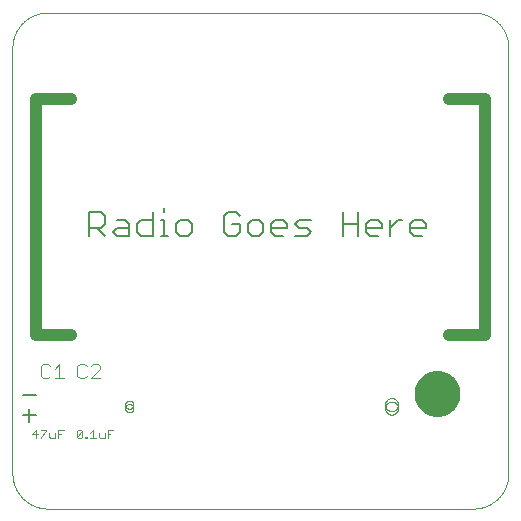
<source format=gto>
G75*
%MOIN*%
%OFA0B0*%
%FSLAX25Y25*%
%IPPOS*%
%LPD*%
%AMOC8*
5,1,8,0,0,1.08239X$1,22.5*
%
%ADD10C,0.00000*%
%ADD11C,0.00700*%
%ADD12C,0.00600*%
%ADD13C,0.00300*%
%ADD14C,0.03937*%
%ADD15C,0.00400*%
D10*
X0013311Y0018636D02*
X0155043Y0018636D01*
X0155328Y0018639D01*
X0155614Y0018650D01*
X0155899Y0018667D01*
X0156183Y0018691D01*
X0156467Y0018722D01*
X0156750Y0018760D01*
X0157031Y0018805D01*
X0157312Y0018856D01*
X0157592Y0018914D01*
X0157870Y0018979D01*
X0158146Y0019051D01*
X0158420Y0019129D01*
X0158693Y0019214D01*
X0158963Y0019306D01*
X0159231Y0019404D01*
X0159497Y0019508D01*
X0159760Y0019619D01*
X0160020Y0019736D01*
X0160278Y0019859D01*
X0160532Y0019989D01*
X0160783Y0020125D01*
X0161031Y0020266D01*
X0161275Y0020414D01*
X0161516Y0020567D01*
X0161752Y0020727D01*
X0161985Y0020892D01*
X0162214Y0021062D01*
X0162439Y0021238D01*
X0162659Y0021420D01*
X0162875Y0021606D01*
X0163086Y0021798D01*
X0163293Y0021995D01*
X0163495Y0022197D01*
X0163692Y0022404D01*
X0163884Y0022615D01*
X0164070Y0022831D01*
X0164252Y0023051D01*
X0164428Y0023276D01*
X0164598Y0023505D01*
X0164763Y0023738D01*
X0164923Y0023974D01*
X0165076Y0024215D01*
X0165224Y0024459D01*
X0165365Y0024707D01*
X0165501Y0024958D01*
X0165631Y0025212D01*
X0165754Y0025470D01*
X0165871Y0025730D01*
X0165982Y0025993D01*
X0166086Y0026259D01*
X0166184Y0026527D01*
X0166276Y0026797D01*
X0166361Y0027070D01*
X0166439Y0027344D01*
X0166511Y0027620D01*
X0166576Y0027898D01*
X0166634Y0028178D01*
X0166685Y0028459D01*
X0166730Y0028740D01*
X0166768Y0029023D01*
X0166799Y0029307D01*
X0166823Y0029591D01*
X0166840Y0029876D01*
X0166851Y0030162D01*
X0166854Y0030447D01*
X0166854Y0172179D01*
X0166851Y0172464D01*
X0166840Y0172750D01*
X0166823Y0173035D01*
X0166799Y0173319D01*
X0166768Y0173603D01*
X0166730Y0173886D01*
X0166685Y0174167D01*
X0166634Y0174448D01*
X0166576Y0174728D01*
X0166511Y0175006D01*
X0166439Y0175282D01*
X0166361Y0175556D01*
X0166276Y0175829D01*
X0166184Y0176099D01*
X0166086Y0176367D01*
X0165982Y0176633D01*
X0165871Y0176896D01*
X0165754Y0177156D01*
X0165631Y0177414D01*
X0165501Y0177668D01*
X0165365Y0177919D01*
X0165224Y0178167D01*
X0165076Y0178411D01*
X0164923Y0178652D01*
X0164763Y0178888D01*
X0164598Y0179121D01*
X0164428Y0179350D01*
X0164252Y0179575D01*
X0164070Y0179795D01*
X0163884Y0180011D01*
X0163692Y0180222D01*
X0163495Y0180429D01*
X0163293Y0180631D01*
X0163086Y0180828D01*
X0162875Y0181020D01*
X0162659Y0181206D01*
X0162439Y0181388D01*
X0162214Y0181564D01*
X0161985Y0181734D01*
X0161752Y0181899D01*
X0161516Y0182059D01*
X0161275Y0182212D01*
X0161031Y0182360D01*
X0160783Y0182501D01*
X0160532Y0182637D01*
X0160278Y0182767D01*
X0160020Y0182890D01*
X0159760Y0183007D01*
X0159497Y0183118D01*
X0159231Y0183222D01*
X0158963Y0183320D01*
X0158693Y0183412D01*
X0158420Y0183497D01*
X0158146Y0183575D01*
X0157870Y0183647D01*
X0157592Y0183712D01*
X0157312Y0183770D01*
X0157031Y0183821D01*
X0156750Y0183866D01*
X0156467Y0183904D01*
X0156183Y0183935D01*
X0155899Y0183959D01*
X0155614Y0183976D01*
X0155328Y0183987D01*
X0155043Y0183990D01*
X0013311Y0183990D01*
X0013026Y0183987D01*
X0012740Y0183976D01*
X0012455Y0183959D01*
X0012171Y0183935D01*
X0011887Y0183904D01*
X0011604Y0183866D01*
X0011323Y0183821D01*
X0011042Y0183770D01*
X0010762Y0183712D01*
X0010484Y0183647D01*
X0010208Y0183575D01*
X0009934Y0183497D01*
X0009661Y0183412D01*
X0009391Y0183320D01*
X0009123Y0183222D01*
X0008857Y0183118D01*
X0008594Y0183007D01*
X0008334Y0182890D01*
X0008076Y0182767D01*
X0007822Y0182637D01*
X0007571Y0182501D01*
X0007323Y0182360D01*
X0007079Y0182212D01*
X0006838Y0182059D01*
X0006602Y0181899D01*
X0006369Y0181734D01*
X0006140Y0181564D01*
X0005915Y0181388D01*
X0005695Y0181206D01*
X0005479Y0181020D01*
X0005268Y0180828D01*
X0005061Y0180631D01*
X0004859Y0180429D01*
X0004662Y0180222D01*
X0004470Y0180011D01*
X0004284Y0179795D01*
X0004102Y0179575D01*
X0003926Y0179350D01*
X0003756Y0179121D01*
X0003591Y0178888D01*
X0003431Y0178652D01*
X0003278Y0178411D01*
X0003130Y0178167D01*
X0002989Y0177919D01*
X0002853Y0177668D01*
X0002723Y0177414D01*
X0002600Y0177156D01*
X0002483Y0176896D01*
X0002372Y0176633D01*
X0002268Y0176367D01*
X0002170Y0176099D01*
X0002078Y0175829D01*
X0001993Y0175556D01*
X0001915Y0175282D01*
X0001843Y0175006D01*
X0001778Y0174728D01*
X0001720Y0174448D01*
X0001669Y0174167D01*
X0001624Y0173886D01*
X0001586Y0173603D01*
X0001555Y0173319D01*
X0001531Y0173035D01*
X0001514Y0172750D01*
X0001503Y0172464D01*
X0001500Y0172179D01*
X0001500Y0030447D01*
X0001503Y0030162D01*
X0001514Y0029876D01*
X0001531Y0029591D01*
X0001555Y0029307D01*
X0001586Y0029023D01*
X0001624Y0028740D01*
X0001669Y0028459D01*
X0001720Y0028178D01*
X0001778Y0027898D01*
X0001843Y0027620D01*
X0001915Y0027344D01*
X0001993Y0027070D01*
X0002078Y0026797D01*
X0002170Y0026527D01*
X0002268Y0026259D01*
X0002372Y0025993D01*
X0002483Y0025730D01*
X0002600Y0025470D01*
X0002723Y0025212D01*
X0002853Y0024958D01*
X0002989Y0024707D01*
X0003130Y0024459D01*
X0003278Y0024215D01*
X0003431Y0023974D01*
X0003591Y0023738D01*
X0003756Y0023505D01*
X0003926Y0023276D01*
X0004102Y0023051D01*
X0004284Y0022831D01*
X0004470Y0022615D01*
X0004662Y0022404D01*
X0004859Y0022197D01*
X0005061Y0021995D01*
X0005268Y0021798D01*
X0005479Y0021606D01*
X0005695Y0021420D01*
X0005915Y0021238D01*
X0006140Y0021062D01*
X0006369Y0020892D01*
X0006602Y0020727D01*
X0006838Y0020567D01*
X0007079Y0020414D01*
X0007323Y0020266D01*
X0007571Y0020125D01*
X0007822Y0019989D01*
X0008076Y0019859D01*
X0008334Y0019736D01*
X0008594Y0019619D01*
X0008857Y0019508D01*
X0009123Y0019404D01*
X0009391Y0019306D01*
X0009661Y0019214D01*
X0009934Y0019129D01*
X0010208Y0019051D01*
X0010484Y0018979D01*
X0010762Y0018914D01*
X0011042Y0018856D01*
X0011323Y0018805D01*
X0011604Y0018760D01*
X0011887Y0018722D01*
X0012171Y0018691D01*
X0012455Y0018667D01*
X0012740Y0018650D01*
X0013026Y0018639D01*
X0013311Y0018636D01*
X0039098Y0052100D02*
X0039100Y0052174D01*
X0039106Y0052248D01*
X0039116Y0052321D01*
X0039130Y0052394D01*
X0039147Y0052466D01*
X0039169Y0052536D01*
X0039194Y0052606D01*
X0039223Y0052674D01*
X0039256Y0052740D01*
X0039292Y0052805D01*
X0039332Y0052867D01*
X0039374Y0052928D01*
X0039420Y0052986D01*
X0039469Y0053041D01*
X0039521Y0053094D01*
X0039576Y0053144D01*
X0039633Y0053190D01*
X0039693Y0053234D01*
X0039755Y0053274D01*
X0039819Y0053311D01*
X0039885Y0053345D01*
X0039953Y0053375D01*
X0040022Y0053401D01*
X0040093Y0053424D01*
X0040164Y0053442D01*
X0040237Y0053457D01*
X0040310Y0053468D01*
X0040384Y0053475D01*
X0040458Y0053478D01*
X0040531Y0053477D01*
X0040605Y0053472D01*
X0040679Y0053463D01*
X0040752Y0053450D01*
X0040824Y0053433D01*
X0040895Y0053413D01*
X0040965Y0053388D01*
X0041033Y0053360D01*
X0041100Y0053329D01*
X0041165Y0053293D01*
X0041228Y0053255D01*
X0041289Y0053213D01*
X0041348Y0053167D01*
X0041404Y0053119D01*
X0041457Y0053068D01*
X0041507Y0053014D01*
X0041555Y0052957D01*
X0041599Y0052898D01*
X0041641Y0052836D01*
X0041679Y0052773D01*
X0041713Y0052707D01*
X0041744Y0052640D01*
X0041771Y0052571D01*
X0041794Y0052501D01*
X0041814Y0052430D01*
X0041830Y0052357D01*
X0041842Y0052284D01*
X0041850Y0052211D01*
X0041854Y0052137D01*
X0041854Y0052063D01*
X0041850Y0051989D01*
X0041842Y0051916D01*
X0041830Y0051843D01*
X0041814Y0051770D01*
X0041794Y0051699D01*
X0041771Y0051629D01*
X0041744Y0051560D01*
X0041713Y0051493D01*
X0041679Y0051427D01*
X0041641Y0051364D01*
X0041599Y0051302D01*
X0041555Y0051243D01*
X0041507Y0051186D01*
X0041457Y0051132D01*
X0041404Y0051081D01*
X0041348Y0051033D01*
X0041289Y0050987D01*
X0041228Y0050945D01*
X0041165Y0050907D01*
X0041100Y0050871D01*
X0041033Y0050840D01*
X0040965Y0050812D01*
X0040895Y0050787D01*
X0040824Y0050767D01*
X0040752Y0050750D01*
X0040679Y0050737D01*
X0040605Y0050728D01*
X0040531Y0050723D01*
X0040458Y0050722D01*
X0040384Y0050725D01*
X0040310Y0050732D01*
X0040237Y0050743D01*
X0040164Y0050758D01*
X0040093Y0050776D01*
X0040022Y0050799D01*
X0039953Y0050825D01*
X0039885Y0050855D01*
X0039819Y0050889D01*
X0039755Y0050926D01*
X0039693Y0050966D01*
X0039633Y0051010D01*
X0039576Y0051056D01*
X0039521Y0051106D01*
X0039469Y0051159D01*
X0039420Y0051214D01*
X0039374Y0051272D01*
X0039332Y0051333D01*
X0039292Y0051395D01*
X0039256Y0051460D01*
X0039223Y0051526D01*
X0039194Y0051594D01*
X0039169Y0051664D01*
X0039147Y0051734D01*
X0039130Y0051806D01*
X0039116Y0051879D01*
X0039106Y0051952D01*
X0039100Y0052026D01*
X0039098Y0052100D01*
X0039098Y0053281D02*
X0039100Y0053355D01*
X0039106Y0053429D01*
X0039116Y0053502D01*
X0039130Y0053575D01*
X0039147Y0053647D01*
X0039169Y0053717D01*
X0039194Y0053787D01*
X0039223Y0053855D01*
X0039256Y0053921D01*
X0039292Y0053986D01*
X0039332Y0054048D01*
X0039374Y0054109D01*
X0039420Y0054167D01*
X0039469Y0054222D01*
X0039521Y0054275D01*
X0039576Y0054325D01*
X0039633Y0054371D01*
X0039693Y0054415D01*
X0039755Y0054455D01*
X0039819Y0054492D01*
X0039885Y0054526D01*
X0039953Y0054556D01*
X0040022Y0054582D01*
X0040093Y0054605D01*
X0040164Y0054623D01*
X0040237Y0054638D01*
X0040310Y0054649D01*
X0040384Y0054656D01*
X0040458Y0054659D01*
X0040531Y0054658D01*
X0040605Y0054653D01*
X0040679Y0054644D01*
X0040752Y0054631D01*
X0040824Y0054614D01*
X0040895Y0054594D01*
X0040965Y0054569D01*
X0041033Y0054541D01*
X0041100Y0054510D01*
X0041165Y0054474D01*
X0041228Y0054436D01*
X0041289Y0054394D01*
X0041348Y0054348D01*
X0041404Y0054300D01*
X0041457Y0054249D01*
X0041507Y0054195D01*
X0041555Y0054138D01*
X0041599Y0054079D01*
X0041641Y0054017D01*
X0041679Y0053954D01*
X0041713Y0053888D01*
X0041744Y0053821D01*
X0041771Y0053752D01*
X0041794Y0053682D01*
X0041814Y0053611D01*
X0041830Y0053538D01*
X0041842Y0053465D01*
X0041850Y0053392D01*
X0041854Y0053318D01*
X0041854Y0053244D01*
X0041850Y0053170D01*
X0041842Y0053097D01*
X0041830Y0053024D01*
X0041814Y0052951D01*
X0041794Y0052880D01*
X0041771Y0052810D01*
X0041744Y0052741D01*
X0041713Y0052674D01*
X0041679Y0052608D01*
X0041641Y0052545D01*
X0041599Y0052483D01*
X0041555Y0052424D01*
X0041507Y0052367D01*
X0041457Y0052313D01*
X0041404Y0052262D01*
X0041348Y0052214D01*
X0041289Y0052168D01*
X0041228Y0052126D01*
X0041165Y0052088D01*
X0041100Y0052052D01*
X0041033Y0052021D01*
X0040965Y0051993D01*
X0040895Y0051968D01*
X0040824Y0051948D01*
X0040752Y0051931D01*
X0040679Y0051918D01*
X0040605Y0051909D01*
X0040531Y0051904D01*
X0040458Y0051903D01*
X0040384Y0051906D01*
X0040310Y0051913D01*
X0040237Y0051924D01*
X0040164Y0051939D01*
X0040093Y0051957D01*
X0040022Y0051980D01*
X0039953Y0052006D01*
X0039885Y0052036D01*
X0039819Y0052070D01*
X0039755Y0052107D01*
X0039693Y0052147D01*
X0039633Y0052191D01*
X0039576Y0052237D01*
X0039521Y0052287D01*
X0039469Y0052340D01*
X0039420Y0052395D01*
X0039374Y0052453D01*
X0039332Y0052514D01*
X0039292Y0052576D01*
X0039256Y0052641D01*
X0039223Y0052707D01*
X0039194Y0052775D01*
X0039169Y0052845D01*
X0039147Y0052915D01*
X0039130Y0052987D01*
X0039116Y0053060D01*
X0039106Y0053133D01*
X0039100Y0053207D01*
X0039098Y0053281D01*
X0125713Y0053281D02*
X0125715Y0053374D01*
X0125721Y0053466D01*
X0125731Y0053558D01*
X0125745Y0053649D01*
X0125762Y0053740D01*
X0125784Y0053830D01*
X0125809Y0053919D01*
X0125838Y0054007D01*
X0125871Y0054093D01*
X0125908Y0054178D01*
X0125948Y0054262D01*
X0125992Y0054343D01*
X0126039Y0054423D01*
X0126089Y0054501D01*
X0126143Y0054576D01*
X0126200Y0054649D01*
X0126260Y0054719D01*
X0126323Y0054787D01*
X0126389Y0054852D01*
X0126457Y0054914D01*
X0126528Y0054974D01*
X0126602Y0055030D01*
X0126678Y0055083D01*
X0126756Y0055132D01*
X0126836Y0055179D01*
X0126918Y0055221D01*
X0127002Y0055261D01*
X0127087Y0055296D01*
X0127174Y0055328D01*
X0127262Y0055357D01*
X0127351Y0055381D01*
X0127441Y0055402D01*
X0127532Y0055418D01*
X0127624Y0055431D01*
X0127716Y0055440D01*
X0127809Y0055445D01*
X0127901Y0055446D01*
X0127994Y0055443D01*
X0128086Y0055436D01*
X0128178Y0055425D01*
X0128269Y0055410D01*
X0128360Y0055392D01*
X0128450Y0055369D01*
X0128538Y0055343D01*
X0128626Y0055313D01*
X0128712Y0055279D01*
X0128796Y0055242D01*
X0128879Y0055200D01*
X0128960Y0055156D01*
X0129040Y0055108D01*
X0129117Y0055057D01*
X0129191Y0055002D01*
X0129264Y0054944D01*
X0129334Y0054884D01*
X0129401Y0054820D01*
X0129465Y0054754D01*
X0129527Y0054684D01*
X0129585Y0054613D01*
X0129640Y0054539D01*
X0129692Y0054462D01*
X0129741Y0054383D01*
X0129787Y0054303D01*
X0129829Y0054220D01*
X0129867Y0054136D01*
X0129902Y0054050D01*
X0129933Y0053963D01*
X0129960Y0053875D01*
X0129983Y0053785D01*
X0130003Y0053695D01*
X0130019Y0053604D01*
X0130031Y0053512D01*
X0130039Y0053420D01*
X0130043Y0053327D01*
X0130043Y0053235D01*
X0130039Y0053142D01*
X0130031Y0053050D01*
X0130019Y0052958D01*
X0130003Y0052867D01*
X0129983Y0052777D01*
X0129960Y0052687D01*
X0129933Y0052599D01*
X0129902Y0052512D01*
X0129867Y0052426D01*
X0129829Y0052342D01*
X0129787Y0052259D01*
X0129741Y0052179D01*
X0129692Y0052100D01*
X0129640Y0052023D01*
X0129585Y0051949D01*
X0129527Y0051878D01*
X0129465Y0051808D01*
X0129401Y0051742D01*
X0129334Y0051678D01*
X0129264Y0051618D01*
X0129191Y0051560D01*
X0129117Y0051505D01*
X0129040Y0051454D01*
X0128961Y0051406D01*
X0128879Y0051362D01*
X0128796Y0051320D01*
X0128712Y0051283D01*
X0128626Y0051249D01*
X0128538Y0051219D01*
X0128450Y0051193D01*
X0128360Y0051170D01*
X0128269Y0051152D01*
X0128178Y0051137D01*
X0128086Y0051126D01*
X0127994Y0051119D01*
X0127901Y0051116D01*
X0127809Y0051117D01*
X0127716Y0051122D01*
X0127624Y0051131D01*
X0127532Y0051144D01*
X0127441Y0051160D01*
X0127351Y0051181D01*
X0127262Y0051205D01*
X0127174Y0051234D01*
X0127087Y0051266D01*
X0127002Y0051301D01*
X0126918Y0051341D01*
X0126836Y0051383D01*
X0126756Y0051430D01*
X0126678Y0051479D01*
X0126602Y0051532D01*
X0126528Y0051588D01*
X0126457Y0051648D01*
X0126389Y0051710D01*
X0126323Y0051775D01*
X0126260Y0051843D01*
X0126200Y0051913D01*
X0126143Y0051986D01*
X0126089Y0052061D01*
X0126039Y0052139D01*
X0125992Y0052219D01*
X0125948Y0052300D01*
X0125908Y0052384D01*
X0125871Y0052469D01*
X0125838Y0052555D01*
X0125809Y0052643D01*
X0125784Y0052732D01*
X0125762Y0052822D01*
X0125745Y0052913D01*
X0125731Y0053004D01*
X0125721Y0053096D01*
X0125715Y0053188D01*
X0125713Y0053281D01*
X0125713Y0052100D02*
X0125715Y0052193D01*
X0125721Y0052285D01*
X0125731Y0052377D01*
X0125745Y0052468D01*
X0125762Y0052559D01*
X0125784Y0052649D01*
X0125809Y0052738D01*
X0125838Y0052826D01*
X0125871Y0052912D01*
X0125908Y0052997D01*
X0125948Y0053081D01*
X0125992Y0053162D01*
X0126039Y0053242D01*
X0126089Y0053320D01*
X0126143Y0053395D01*
X0126200Y0053468D01*
X0126260Y0053538D01*
X0126323Y0053606D01*
X0126389Y0053671D01*
X0126457Y0053733D01*
X0126528Y0053793D01*
X0126602Y0053849D01*
X0126678Y0053902D01*
X0126756Y0053951D01*
X0126836Y0053998D01*
X0126918Y0054040D01*
X0127002Y0054080D01*
X0127087Y0054115D01*
X0127174Y0054147D01*
X0127262Y0054176D01*
X0127351Y0054200D01*
X0127441Y0054221D01*
X0127532Y0054237D01*
X0127624Y0054250D01*
X0127716Y0054259D01*
X0127809Y0054264D01*
X0127901Y0054265D01*
X0127994Y0054262D01*
X0128086Y0054255D01*
X0128178Y0054244D01*
X0128269Y0054229D01*
X0128360Y0054211D01*
X0128450Y0054188D01*
X0128538Y0054162D01*
X0128626Y0054132D01*
X0128712Y0054098D01*
X0128796Y0054061D01*
X0128879Y0054019D01*
X0128960Y0053975D01*
X0129040Y0053927D01*
X0129117Y0053876D01*
X0129191Y0053821D01*
X0129264Y0053763D01*
X0129334Y0053703D01*
X0129401Y0053639D01*
X0129465Y0053573D01*
X0129527Y0053503D01*
X0129585Y0053432D01*
X0129640Y0053358D01*
X0129692Y0053281D01*
X0129741Y0053202D01*
X0129787Y0053122D01*
X0129829Y0053039D01*
X0129867Y0052955D01*
X0129902Y0052869D01*
X0129933Y0052782D01*
X0129960Y0052694D01*
X0129983Y0052604D01*
X0130003Y0052514D01*
X0130019Y0052423D01*
X0130031Y0052331D01*
X0130039Y0052239D01*
X0130043Y0052146D01*
X0130043Y0052054D01*
X0130039Y0051961D01*
X0130031Y0051869D01*
X0130019Y0051777D01*
X0130003Y0051686D01*
X0129983Y0051596D01*
X0129960Y0051506D01*
X0129933Y0051418D01*
X0129902Y0051331D01*
X0129867Y0051245D01*
X0129829Y0051161D01*
X0129787Y0051078D01*
X0129741Y0050998D01*
X0129692Y0050919D01*
X0129640Y0050842D01*
X0129585Y0050768D01*
X0129527Y0050697D01*
X0129465Y0050627D01*
X0129401Y0050561D01*
X0129334Y0050497D01*
X0129264Y0050437D01*
X0129191Y0050379D01*
X0129117Y0050324D01*
X0129040Y0050273D01*
X0128961Y0050225D01*
X0128879Y0050181D01*
X0128796Y0050139D01*
X0128712Y0050102D01*
X0128626Y0050068D01*
X0128538Y0050038D01*
X0128450Y0050012D01*
X0128360Y0049989D01*
X0128269Y0049971D01*
X0128178Y0049956D01*
X0128086Y0049945D01*
X0127994Y0049938D01*
X0127901Y0049935D01*
X0127809Y0049936D01*
X0127716Y0049941D01*
X0127624Y0049950D01*
X0127532Y0049963D01*
X0127441Y0049979D01*
X0127351Y0050000D01*
X0127262Y0050024D01*
X0127174Y0050053D01*
X0127087Y0050085D01*
X0127002Y0050120D01*
X0126918Y0050160D01*
X0126836Y0050202D01*
X0126756Y0050249D01*
X0126678Y0050298D01*
X0126602Y0050351D01*
X0126528Y0050407D01*
X0126457Y0050467D01*
X0126389Y0050529D01*
X0126323Y0050594D01*
X0126260Y0050662D01*
X0126200Y0050732D01*
X0126143Y0050805D01*
X0126089Y0050880D01*
X0126039Y0050958D01*
X0125992Y0051038D01*
X0125948Y0051119D01*
X0125908Y0051203D01*
X0125871Y0051288D01*
X0125838Y0051374D01*
X0125809Y0051462D01*
X0125784Y0051551D01*
X0125762Y0051641D01*
X0125745Y0051732D01*
X0125731Y0051823D01*
X0125721Y0051915D01*
X0125715Y0052007D01*
X0125713Y0052100D01*
D11*
X0127420Y0109568D02*
X0127420Y0114839D01*
X0127420Y0112203D02*
X0130056Y0114839D01*
X0131374Y0114839D01*
X0134019Y0113521D02*
X0134019Y0110886D01*
X0135337Y0109568D01*
X0137973Y0109568D01*
X0139291Y0112203D02*
X0134019Y0112203D01*
X0134019Y0113521D02*
X0135337Y0114839D01*
X0137973Y0114839D01*
X0139291Y0113521D01*
X0139291Y0112203D01*
X0124773Y0112203D02*
X0119502Y0112203D01*
X0119502Y0110886D02*
X0119502Y0113521D01*
X0120819Y0114839D01*
X0123455Y0114839D01*
X0124773Y0113521D01*
X0124773Y0112203D01*
X0123455Y0109568D02*
X0120819Y0109568D01*
X0119502Y0110886D01*
X0116854Y0109568D02*
X0116854Y0117474D01*
X0116854Y0113521D02*
X0111583Y0113521D01*
X0111583Y0109568D02*
X0111583Y0117474D01*
X0101017Y0114839D02*
X0097063Y0114839D01*
X0095745Y0113521D01*
X0097063Y0112203D01*
X0099699Y0112203D01*
X0101017Y0110886D01*
X0099699Y0109568D01*
X0095745Y0109568D01*
X0093098Y0112203D02*
X0087827Y0112203D01*
X0087827Y0110886D02*
X0087827Y0113521D01*
X0089144Y0114839D01*
X0091780Y0114839D01*
X0093098Y0113521D01*
X0093098Y0112203D01*
X0091780Y0109568D02*
X0089144Y0109568D01*
X0087827Y0110886D01*
X0085179Y0110886D02*
X0085179Y0113521D01*
X0083861Y0114839D01*
X0081226Y0114839D01*
X0079908Y0113521D01*
X0079908Y0110886D01*
X0081226Y0109568D01*
X0083861Y0109568D01*
X0085179Y0110886D01*
X0077260Y0110886D02*
X0077260Y0113521D01*
X0074625Y0113521D01*
X0077260Y0116157D02*
X0075942Y0117474D01*
X0073307Y0117474D01*
X0071989Y0116157D01*
X0071989Y0110886D01*
X0073307Y0109568D01*
X0075942Y0109568D01*
X0077260Y0110886D01*
X0061423Y0110886D02*
X0061423Y0113521D01*
X0060105Y0114839D01*
X0057469Y0114839D01*
X0056152Y0113521D01*
X0056152Y0110886D01*
X0057469Y0109568D01*
X0060105Y0109568D01*
X0061423Y0110886D01*
X0053508Y0109568D02*
X0050872Y0109568D01*
X0052190Y0109568D02*
X0052190Y0114839D01*
X0050872Y0114839D01*
X0048225Y0114839D02*
X0044271Y0114839D01*
X0042954Y0113521D01*
X0042954Y0110886D01*
X0044271Y0109568D01*
X0048225Y0109568D01*
X0048225Y0117474D01*
X0052190Y0117474D02*
X0052190Y0118792D01*
X0040306Y0113521D02*
X0040306Y0109568D01*
X0036353Y0109568D01*
X0035035Y0110886D01*
X0036353Y0112203D01*
X0040306Y0112203D01*
X0040306Y0113521D02*
X0038988Y0114839D01*
X0036353Y0114839D01*
X0032387Y0116157D02*
X0032387Y0113521D01*
X0031069Y0112203D01*
X0027116Y0112203D01*
X0027116Y0109568D02*
X0027116Y0117474D01*
X0031069Y0117474D01*
X0032387Y0116157D01*
X0029752Y0112203D02*
X0032387Y0109568D01*
D12*
X0009220Y0056391D02*
X0004950Y0056391D01*
X0007085Y0051833D02*
X0007085Y0047562D01*
X0004950Y0049698D02*
X0009220Y0049698D01*
D13*
X0009400Y0044917D02*
X0007949Y0043465D01*
X0009884Y0043465D01*
X0010896Y0042498D02*
X0010896Y0042014D01*
X0010896Y0042498D02*
X0012831Y0044433D01*
X0012831Y0044917D01*
X0010896Y0044917D01*
X0009400Y0044917D02*
X0009400Y0042014D01*
X0013842Y0042498D02*
X0014326Y0042014D01*
X0015777Y0042014D01*
X0015777Y0043949D01*
X0016789Y0043465D02*
X0017756Y0043465D01*
X0016789Y0042014D02*
X0016789Y0044917D01*
X0018724Y0044917D01*
X0022910Y0044433D02*
X0022910Y0042498D01*
X0024845Y0044433D01*
X0024845Y0042498D01*
X0024361Y0042014D01*
X0023394Y0042014D01*
X0022910Y0042498D01*
X0022910Y0044433D02*
X0023394Y0044917D01*
X0024361Y0044917D01*
X0024845Y0044433D01*
X0025856Y0042498D02*
X0026340Y0042498D01*
X0026340Y0042014D01*
X0025856Y0042014D01*
X0025856Y0042498D01*
X0027330Y0042014D02*
X0029265Y0042014D01*
X0028297Y0042014D02*
X0028297Y0044917D01*
X0027330Y0043949D01*
X0030276Y0043949D02*
X0030276Y0042498D01*
X0030760Y0042014D01*
X0032211Y0042014D01*
X0032211Y0043949D01*
X0033223Y0043465D02*
X0034190Y0043465D01*
X0033223Y0042014D02*
X0033223Y0044917D01*
X0035158Y0044917D01*
X0013842Y0043949D02*
X0013842Y0042498D01*
D14*
X0009333Y0076510D02*
X0021144Y0076510D01*
X0009333Y0076510D02*
X0009333Y0155250D01*
X0021144Y0155250D01*
X0139254Y0060762D02*
X0139254Y0056825D01*
X0143191Y0056825D01*
X0137623Y0056825D02*
X0137625Y0056974D01*
X0137631Y0057123D01*
X0137641Y0057271D01*
X0137655Y0057419D01*
X0137673Y0057567D01*
X0137694Y0057714D01*
X0137720Y0057861D01*
X0137750Y0058007D01*
X0137783Y0058152D01*
X0137821Y0058296D01*
X0137862Y0058439D01*
X0137907Y0058581D01*
X0137956Y0058722D01*
X0138009Y0058861D01*
X0138065Y0058999D01*
X0138125Y0059135D01*
X0138188Y0059270D01*
X0138255Y0059402D01*
X0138326Y0059533D01*
X0138400Y0059663D01*
X0138478Y0059790D01*
X0138559Y0059915D01*
X0138643Y0060037D01*
X0138731Y0060158D01*
X0138821Y0060276D01*
X0138915Y0060391D01*
X0139012Y0060504D01*
X0139112Y0060615D01*
X0139215Y0060722D01*
X0139320Y0060827D01*
X0139429Y0060929D01*
X0139540Y0061029D01*
X0139653Y0061125D01*
X0139770Y0061218D01*
X0139888Y0061308D01*
X0140009Y0061394D01*
X0140132Y0061478D01*
X0140258Y0061558D01*
X0140386Y0061635D01*
X0140515Y0061708D01*
X0140647Y0061778D01*
X0140780Y0061844D01*
X0140915Y0061907D01*
X0141052Y0061966D01*
X0141190Y0062021D01*
X0141329Y0062073D01*
X0141470Y0062120D01*
X0141613Y0062165D01*
X0141756Y0062205D01*
X0141900Y0062241D01*
X0142045Y0062274D01*
X0142192Y0062303D01*
X0142338Y0062327D01*
X0142486Y0062348D01*
X0142634Y0062365D01*
X0142782Y0062378D01*
X0142931Y0062387D01*
X0143079Y0062392D01*
X0143228Y0062393D01*
X0143377Y0062390D01*
X0143526Y0062383D01*
X0143674Y0062372D01*
X0143822Y0062357D01*
X0143970Y0062338D01*
X0144117Y0062315D01*
X0144264Y0062289D01*
X0144409Y0062258D01*
X0144554Y0062224D01*
X0144698Y0062185D01*
X0144841Y0062143D01*
X0144982Y0062097D01*
X0145123Y0062047D01*
X0145261Y0061994D01*
X0145399Y0061937D01*
X0145535Y0061876D01*
X0145669Y0061811D01*
X0145801Y0061743D01*
X0145932Y0061672D01*
X0146061Y0061597D01*
X0146187Y0061518D01*
X0146311Y0061436D01*
X0146434Y0061351D01*
X0146553Y0061263D01*
X0146671Y0061172D01*
X0146786Y0061077D01*
X0146898Y0060979D01*
X0147008Y0060879D01*
X0147115Y0060775D01*
X0147219Y0060669D01*
X0147321Y0060560D01*
X0147419Y0060448D01*
X0147514Y0060334D01*
X0147607Y0060217D01*
X0147696Y0060098D01*
X0147781Y0059976D01*
X0147864Y0059852D01*
X0147943Y0059726D01*
X0148019Y0059598D01*
X0148092Y0059468D01*
X0148161Y0059336D01*
X0148226Y0059202D01*
X0148288Y0059067D01*
X0148346Y0058930D01*
X0148400Y0058791D01*
X0148451Y0058651D01*
X0148498Y0058510D01*
X0148541Y0058368D01*
X0148580Y0058224D01*
X0148616Y0058080D01*
X0148647Y0057934D01*
X0148675Y0057788D01*
X0148699Y0057641D01*
X0148719Y0057493D01*
X0148735Y0057345D01*
X0148747Y0057197D01*
X0148755Y0057048D01*
X0148759Y0056899D01*
X0148759Y0056751D01*
X0148755Y0056602D01*
X0148747Y0056453D01*
X0148735Y0056305D01*
X0148719Y0056157D01*
X0148699Y0056009D01*
X0148675Y0055862D01*
X0148647Y0055716D01*
X0148616Y0055570D01*
X0148580Y0055426D01*
X0148541Y0055282D01*
X0148498Y0055140D01*
X0148451Y0054999D01*
X0148400Y0054859D01*
X0148346Y0054720D01*
X0148288Y0054583D01*
X0148226Y0054448D01*
X0148161Y0054314D01*
X0148092Y0054182D01*
X0148019Y0054052D01*
X0147943Y0053924D01*
X0147864Y0053798D01*
X0147781Y0053674D01*
X0147696Y0053552D01*
X0147607Y0053433D01*
X0147514Y0053316D01*
X0147419Y0053202D01*
X0147321Y0053090D01*
X0147219Y0052981D01*
X0147115Y0052875D01*
X0147008Y0052771D01*
X0146898Y0052671D01*
X0146786Y0052573D01*
X0146671Y0052478D01*
X0146553Y0052387D01*
X0146434Y0052299D01*
X0146311Y0052214D01*
X0146187Y0052132D01*
X0146061Y0052053D01*
X0145932Y0051978D01*
X0145801Y0051907D01*
X0145669Y0051839D01*
X0145535Y0051774D01*
X0145399Y0051713D01*
X0145261Y0051656D01*
X0145123Y0051603D01*
X0144982Y0051553D01*
X0144841Y0051507D01*
X0144698Y0051465D01*
X0144554Y0051426D01*
X0144409Y0051392D01*
X0144264Y0051361D01*
X0144117Y0051335D01*
X0143970Y0051312D01*
X0143822Y0051293D01*
X0143674Y0051278D01*
X0143526Y0051267D01*
X0143377Y0051260D01*
X0143228Y0051257D01*
X0143079Y0051258D01*
X0142931Y0051263D01*
X0142782Y0051272D01*
X0142634Y0051285D01*
X0142486Y0051302D01*
X0142338Y0051323D01*
X0142192Y0051347D01*
X0142045Y0051376D01*
X0141900Y0051409D01*
X0141756Y0051445D01*
X0141613Y0051485D01*
X0141470Y0051530D01*
X0141329Y0051577D01*
X0141190Y0051629D01*
X0141052Y0051684D01*
X0140915Y0051743D01*
X0140780Y0051806D01*
X0140647Y0051872D01*
X0140515Y0051942D01*
X0140386Y0052015D01*
X0140258Y0052092D01*
X0140132Y0052172D01*
X0140009Y0052256D01*
X0139888Y0052342D01*
X0139770Y0052432D01*
X0139653Y0052525D01*
X0139540Y0052621D01*
X0139429Y0052721D01*
X0139320Y0052823D01*
X0139215Y0052928D01*
X0139112Y0053035D01*
X0139012Y0053146D01*
X0138915Y0053259D01*
X0138821Y0053374D01*
X0138731Y0053492D01*
X0138643Y0053613D01*
X0138559Y0053735D01*
X0138478Y0053860D01*
X0138400Y0053987D01*
X0138326Y0054117D01*
X0138255Y0054248D01*
X0138188Y0054380D01*
X0138125Y0054515D01*
X0138065Y0054651D01*
X0138009Y0054789D01*
X0137956Y0054928D01*
X0137907Y0055069D01*
X0137862Y0055211D01*
X0137821Y0055354D01*
X0137783Y0055498D01*
X0137750Y0055643D01*
X0137720Y0055789D01*
X0137694Y0055936D01*
X0137673Y0056083D01*
X0137655Y0056231D01*
X0137641Y0056379D01*
X0137631Y0056527D01*
X0137625Y0056676D01*
X0137623Y0056825D01*
X0139254Y0060762D02*
X0147128Y0060762D01*
X0147128Y0056825D01*
X0147128Y0052888D01*
X0143191Y0052888D01*
X0139254Y0052888D01*
X0143191Y0052888D02*
X0143191Y0056825D01*
X0143191Y0060762D01*
X0143191Y0056825D02*
X0147128Y0056825D01*
X0147128Y0076510D02*
X0158939Y0076510D01*
X0158939Y0155250D01*
X0147128Y0155250D01*
D15*
X0030831Y0066035D02*
X0030063Y0066802D01*
X0028529Y0066802D01*
X0027761Y0066035D01*
X0026227Y0066035D02*
X0025459Y0066802D01*
X0023925Y0066802D01*
X0023157Y0066035D01*
X0023157Y0062965D01*
X0023925Y0062198D01*
X0025459Y0062198D01*
X0026227Y0062965D01*
X0027761Y0062198D02*
X0030831Y0065267D01*
X0030831Y0066035D01*
X0030831Y0062198D02*
X0027761Y0062198D01*
X0018626Y0062198D02*
X0015557Y0062198D01*
X0017091Y0062198D02*
X0017091Y0066802D01*
X0015557Y0065267D01*
X0014022Y0066035D02*
X0013255Y0066802D01*
X0011720Y0066802D01*
X0010953Y0066035D01*
X0010953Y0062965D01*
X0011720Y0062198D01*
X0013255Y0062198D01*
X0014022Y0062965D01*
M02*

</source>
